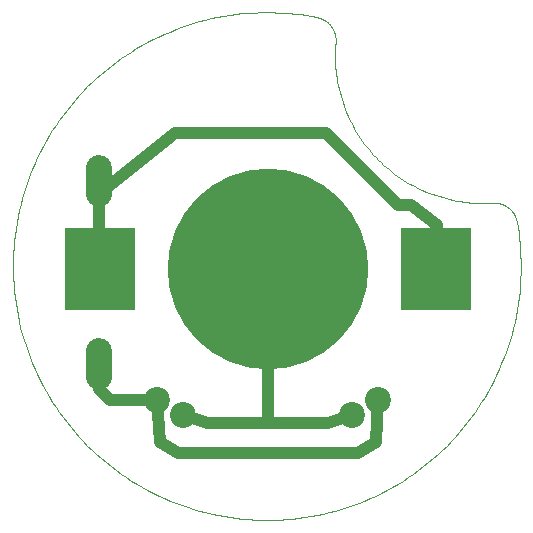
<source format=gbl>
G75*
%MOIN*%
%OFA0B0*%
%FSLAX25Y25*%
%IPPOS*%
%LPD*%
%AMOC8*
5,1,8,0,0,1.08239X$1,22.5*
%
%ADD10C,0.00098*%
%ADD11C,0.66929*%
%ADD12R,0.23622X0.27559*%
%ADD13C,0.08661*%
%ADD14C,0.08661*%
%ADD15C,0.04000*%
%ADD16C,0.03937*%
D10*
X0003092Y0085317D02*
X0003020Y0087391D01*
X0002998Y0089466D01*
X0003027Y0091541D01*
X0003108Y0093614D01*
X0003238Y0095685D01*
X0003420Y0097752D01*
X0003652Y0099814D01*
X0003935Y0101870D01*
X0004268Y0103918D01*
X0004651Y0105958D01*
X0005084Y0107987D01*
X0005567Y0110005D01*
X0006099Y0112011D01*
X0006680Y0114003D01*
X0007310Y0115980D01*
X0007987Y0117942D01*
X0008713Y0119886D01*
X0009486Y0121811D01*
X0010307Y0123717D01*
X0011173Y0125603D01*
X0012086Y0127466D01*
X0013044Y0129307D01*
X0014047Y0131124D01*
X0015094Y0132915D01*
X0016184Y0134681D01*
X0017318Y0136419D01*
X0018494Y0138129D01*
X0019711Y0139809D01*
X0020969Y0141459D01*
X0022268Y0143078D01*
X0023605Y0144664D01*
X0024981Y0146217D01*
X0026395Y0147736D01*
X0027846Y0149220D01*
X0029332Y0150668D01*
X0030854Y0152079D01*
X0032409Y0153452D01*
X0033998Y0154787D01*
X0035619Y0156083D01*
X0037272Y0157338D01*
X0038954Y0158552D01*
X0040666Y0159725D01*
X0042406Y0160855D01*
X0044174Y0161943D01*
X0045967Y0162987D01*
X0047785Y0163986D01*
X0049628Y0164941D01*
X0051493Y0165850D01*
X0053380Y0166713D01*
X0055288Y0167530D01*
X0057215Y0168300D01*
X0059160Y0169022D01*
X0061123Y0169696D01*
X0063101Y0170322D01*
X0065094Y0170900D01*
X0067101Y0171428D01*
X0069120Y0171907D01*
X0071150Y0172337D01*
X0073190Y0172716D01*
X0075239Y0173045D01*
X0077295Y0173324D01*
X0079358Y0173553D01*
X0081425Y0173731D01*
X0083496Y0173858D01*
X0085570Y0173934D01*
X0087645Y0173960D01*
X0104371Y0172292D02*
X0104556Y0172252D01*
X0104740Y0172207D01*
X0104923Y0172158D01*
X0105105Y0172104D01*
X0105285Y0172046D01*
X0105464Y0171983D01*
X0105641Y0171917D01*
X0105817Y0171846D01*
X0105991Y0171771D01*
X0106162Y0171691D01*
X0106332Y0171608D01*
X0106500Y0171520D01*
X0106666Y0171428D01*
X0106829Y0171332D01*
X0106990Y0171233D01*
X0107149Y0171129D01*
X0107305Y0171022D01*
X0107458Y0170911D01*
X0107609Y0170796D01*
X0107757Y0170678D01*
X0107902Y0170556D01*
X0108044Y0170430D01*
X0108182Y0170302D01*
X0108318Y0170169D01*
X0108450Y0170034D01*
X0108579Y0169895D01*
X0108705Y0169754D01*
X0108827Y0169609D01*
X0108946Y0169461D01*
X0109061Y0169311D01*
X0109172Y0169158D01*
X0109280Y0169002D01*
X0109384Y0168844D01*
X0109484Y0168683D01*
X0109580Y0168520D01*
X0109672Y0168354D01*
X0109760Y0168186D01*
X0109843Y0168016D01*
X0109923Y0167845D01*
X0109999Y0167671D01*
X0110070Y0167496D01*
X0110137Y0167319D01*
X0110200Y0167140D01*
X0110258Y0166960D01*
X0110312Y0166778D01*
X0110361Y0166595D01*
X0110407Y0166411D01*
X0110447Y0166226D01*
X0110483Y0166041D01*
X0110515Y0165854D01*
X0110542Y0165666D01*
X0110564Y0165478D01*
X0110582Y0165290D01*
X0110596Y0165101D01*
X0110604Y0164912D01*
X0110609Y0164723D01*
X0110608Y0164533D01*
X0110603Y0164344D01*
X0110594Y0164155D01*
X0110579Y0163966D01*
X0110486Y0162774D01*
X0110422Y0161580D01*
X0110386Y0160385D01*
X0110380Y0159190D01*
X0110403Y0157995D01*
X0110455Y0156801D01*
X0110536Y0155608D01*
X0110646Y0154418D01*
X0110786Y0153231D01*
X0110953Y0152047D01*
X0111150Y0150868D01*
X0111376Y0149694D01*
X0111629Y0148526D01*
X0111912Y0147364D01*
X0112222Y0146210D01*
X0112561Y0145064D01*
X0112927Y0143926D01*
X0113321Y0142797D01*
X0113742Y0141678D01*
X0114190Y0140570D01*
X0114666Y0139473D01*
X0115167Y0138388D01*
X0115695Y0137316D01*
X0116249Y0136257D01*
X0116829Y0135211D01*
X0117434Y0134180D01*
X0118064Y0133164D01*
X0118718Y0132164D01*
X0119397Y0131180D01*
X0120099Y0130213D01*
X0120825Y0129263D01*
X0121573Y0128331D01*
X0122344Y0127417D01*
X0123137Y0126523D01*
X0123952Y0125648D01*
X0124788Y0124793D01*
X0124788Y0124794D02*
X0125643Y0123958D01*
X0126518Y0123143D01*
X0127413Y0122349D01*
X0128326Y0121578D01*
X0129259Y0120829D01*
X0130209Y0120103D01*
X0131177Y0119400D01*
X0132161Y0118721D01*
X0133162Y0118067D01*
X0134178Y0117437D01*
X0135210Y0116832D01*
X0136255Y0116252D01*
X0137315Y0115698D01*
X0138388Y0115169D01*
X0139473Y0114668D01*
X0140571Y0114192D01*
X0141679Y0113744D01*
X0142798Y0113322D01*
X0143928Y0112929D01*
X0145066Y0112562D01*
X0146213Y0112224D01*
X0147368Y0111913D01*
X0148530Y0111631D01*
X0149698Y0111378D01*
X0150873Y0111152D01*
X0152052Y0110956D01*
X0153236Y0110788D01*
X0154424Y0110649D01*
X0155615Y0110539D01*
X0156808Y0110458D01*
X0158003Y0110407D01*
X0159198Y0110384D01*
X0160394Y0110391D01*
X0161590Y0110426D01*
X0162784Y0110491D01*
X0162974Y0110501D01*
X0163164Y0110506D01*
X0163354Y0110507D01*
X0163544Y0110503D01*
X0163734Y0110495D01*
X0163924Y0110481D01*
X0164113Y0110464D01*
X0164302Y0110442D01*
X0164490Y0110415D01*
X0164677Y0110383D01*
X0164864Y0110348D01*
X0165050Y0110307D01*
X0165235Y0110262D01*
X0165418Y0110213D01*
X0165601Y0110159D01*
X0165781Y0110101D01*
X0165961Y0110038D01*
X0166139Y0109971D01*
X0166315Y0109900D01*
X0166490Y0109824D01*
X0166662Y0109744D01*
X0166833Y0109661D01*
X0167001Y0109573D01*
X0167168Y0109480D01*
X0167332Y0109384D01*
X0167493Y0109284D01*
X0167652Y0109180D01*
X0167809Y0109073D01*
X0167963Y0108961D01*
X0168114Y0108846D01*
X0168262Y0108727D01*
X0168408Y0108604D01*
X0168550Y0108478D01*
X0168690Y0108349D01*
X0168826Y0108216D01*
X0168958Y0108080D01*
X0169088Y0107941D01*
X0169214Y0107799D01*
X0169337Y0107653D01*
X0169456Y0107505D01*
X0169571Y0107354D01*
X0169683Y0107200D01*
X0169791Y0107044D01*
X0169895Y0106885D01*
X0169995Y0106723D01*
X0170091Y0106559D01*
X0170183Y0106393D01*
X0170272Y0106225D01*
X0170356Y0106054D01*
X0170436Y0105882D01*
X0170511Y0105707D01*
X0170583Y0105531D01*
X0170650Y0105353D01*
X0170713Y0105174D01*
X0170771Y0104993D01*
X0170825Y0104810D01*
X0170875Y0104627D01*
X0170920Y0104442D01*
X0170960Y0104256D01*
X0170996Y0104070D01*
X0083647Y0004762D02*
X0081570Y0004891D01*
X0079497Y0005072D01*
X0077428Y0005303D01*
X0075366Y0005585D01*
X0073312Y0005917D01*
X0071266Y0006300D01*
X0069230Y0006733D01*
X0067206Y0007215D01*
X0065194Y0007747D01*
X0063195Y0008328D01*
X0061212Y0008958D01*
X0059244Y0009636D01*
X0057294Y0010362D01*
X0055362Y0011136D01*
X0053449Y0011957D01*
X0051558Y0012825D01*
X0049688Y0013738D01*
X0047841Y0014698D01*
X0046018Y0015702D01*
X0044220Y0016750D01*
X0042449Y0017843D01*
X0040704Y0018978D01*
X0038989Y0020156D01*
X0037302Y0021376D01*
X0035646Y0022636D01*
X0034021Y0023937D01*
X0032429Y0025277D01*
X0030870Y0026656D01*
X0029345Y0028072D01*
X0027856Y0029526D01*
X0026402Y0031015D01*
X0024986Y0032540D01*
X0023607Y0034099D01*
X0022267Y0035691D01*
X0020966Y0037316D01*
X0019706Y0038972D01*
X0018486Y0040659D01*
X0017308Y0042374D01*
X0016173Y0044119D01*
X0015080Y0045890D01*
X0014032Y0047688D01*
X0013028Y0049511D01*
X0012068Y0051358D01*
X0011155Y0053228D01*
X0010287Y0055119D01*
X0009466Y0057032D01*
X0008692Y0058964D01*
X0007966Y0060914D01*
X0007288Y0062882D01*
X0006658Y0064865D01*
X0006077Y0066864D01*
X0005545Y0068876D01*
X0005063Y0070901D01*
X0004630Y0072936D01*
X0004247Y0074982D01*
X0003915Y0077036D01*
X0003633Y0079099D01*
X0003402Y0081167D01*
X0003221Y0083240D01*
X0003092Y0085317D01*
X0083648Y0004761D02*
X0085722Y0004689D01*
X0087797Y0004667D01*
X0089872Y0004696D01*
X0091945Y0004777D01*
X0094016Y0004908D01*
X0096083Y0005089D01*
X0098145Y0005322D01*
X0100201Y0005604D01*
X0102249Y0005937D01*
X0104289Y0006320D01*
X0106318Y0006754D01*
X0108336Y0007236D01*
X0110342Y0007768D01*
X0112334Y0008349D01*
X0114311Y0008979D01*
X0116273Y0009657D01*
X0118217Y0010383D01*
X0120142Y0011156D01*
X0122048Y0011976D01*
X0123934Y0012843D01*
X0125798Y0013755D01*
X0127638Y0014713D01*
X0129455Y0015716D01*
X0131246Y0016763D01*
X0133012Y0017854D01*
X0134750Y0018987D01*
X0136460Y0020163D01*
X0138140Y0021381D01*
X0139790Y0022639D01*
X0141409Y0023937D01*
X0142995Y0025275D01*
X0144549Y0026651D01*
X0146068Y0028065D01*
X0147551Y0029516D01*
X0148999Y0031002D01*
X0150410Y0032524D01*
X0151784Y0034079D01*
X0153118Y0035668D01*
X0154414Y0037289D01*
X0155669Y0038942D01*
X0156883Y0040624D01*
X0158056Y0042336D01*
X0159187Y0044076D01*
X0160274Y0045844D01*
X0161318Y0047637D01*
X0162317Y0049456D01*
X0163272Y0051298D01*
X0164181Y0053163D01*
X0165045Y0055050D01*
X0165861Y0056958D01*
X0166631Y0058885D01*
X0167353Y0060830D01*
X0168028Y0062793D01*
X0168654Y0064771D01*
X0169231Y0066765D01*
X0169759Y0068771D01*
X0170238Y0070790D01*
X0170668Y0072821D01*
X0171047Y0074861D01*
X0171376Y0076909D01*
X0171655Y0078966D01*
X0171884Y0081028D01*
X0172062Y0083096D01*
X0172189Y0085167D01*
X0172265Y0087241D01*
X0172291Y0089315D01*
X0172291Y0089316D02*
X0172271Y0091169D01*
X0172210Y0093022D01*
X0172109Y0094873D01*
X0171967Y0096721D01*
X0171785Y0098566D01*
X0171562Y0100406D01*
X0171300Y0102241D01*
X0170997Y0104070D01*
X0104372Y0172293D02*
X0102534Y0172642D01*
X0100689Y0172951D01*
X0098837Y0173219D01*
X0096980Y0173446D01*
X0095119Y0173631D01*
X0093254Y0173776D01*
X0091386Y0173879D01*
X0089516Y0173941D01*
X0087645Y0173961D01*
D11*
X0088000Y0088400D03*
D12*
X0032000Y0088400D03*
X0144000Y0088400D03*
D13*
X0124830Y0044670D03*
X0116170Y0039670D03*
X0059830Y0039670D03*
X0051170Y0044670D03*
D14*
X0031730Y0052387D02*
X0031730Y0061048D01*
X0031730Y0113292D02*
X0031730Y0121953D01*
D15*
X0031730Y0061048D02*
X0031730Y0048440D01*
X0035500Y0044670D01*
X0051964Y0030706D02*
X0058000Y0027170D01*
X0118000Y0027170D01*
X0124036Y0030706D01*
X0124830Y0044670D01*
X0116170Y0039670D02*
X0108000Y0037170D01*
X0088000Y0037170D01*
X0068000Y0037170D01*
D16*
X0051170Y0044670D02*
X0035500Y0044670D01*
X0051170Y0044670D02*
X0051964Y0030706D01*
X0059830Y0039670D02*
X0068000Y0037170D01*
X0088000Y0037170D02*
X0088000Y0088400D01*
X0131225Y0109840D02*
X0107212Y0133853D01*
X0057134Y0133853D01*
X0031730Y0113292D01*
X0032000Y0088400D01*
X0131225Y0109840D02*
X0135583Y0109840D01*
X0144457Y0103117D01*
X0144000Y0088400D01*
M02*

</source>
